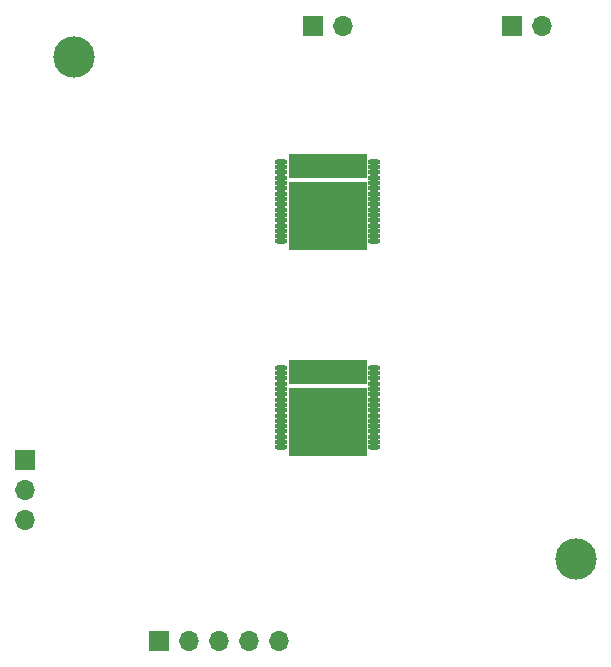
<source format=gbr>
%TF.GenerationSoftware,KiCad,Pcbnew,(6.0.0-0)*%
%TF.CreationDate,2022-03-04T22:46:31-08:00*%
%TF.ProjectId,bitaxe,62697461-7865-42e6-9b69-6361645f7063,rev?*%
%TF.SameCoordinates,Original*%
%TF.FileFunction,Soldermask,Bot*%
%TF.FilePolarity,Negative*%
%FSLAX46Y46*%
G04 Gerber Fmt 4.6, Leading zero omitted, Abs format (unit mm)*
G04 Created by KiCad (PCBNEW (6.0.0-0)) date 2022-03-04 22:46:31*
%MOMM*%
%LPD*%
G01*
G04 APERTURE LIST*
G04 Aperture macros list*
%AMRoundRect*
0 Rectangle with rounded corners*
0 $1 Rounding radius*
0 $2 $3 $4 $5 $6 $7 $8 $9 X,Y pos of 4 corners*
0 Add a 4 corners polygon primitive as box body*
4,1,4,$2,$3,$4,$5,$6,$7,$8,$9,$2,$3,0*
0 Add four circle primitives for the rounded corners*
1,1,$1+$1,$2,$3*
1,1,$1+$1,$4,$5*
1,1,$1+$1,$6,$7*
1,1,$1+$1,$8,$9*
0 Add four rect primitives between the rounded corners*
20,1,$1+$1,$2,$3,$4,$5,0*
20,1,$1+$1,$4,$5,$6,$7,0*
20,1,$1+$1,$6,$7,$8,$9,0*
20,1,$1+$1,$8,$9,$2,$3,0*%
G04 Aperture macros list end*
%ADD10C,3.500000*%
%ADD11R,1.700000X1.700000*%
%ADD12O,1.700000X1.700000*%
%ADD13RoundRect,0.236600X0.295000X0.000000X-0.295000X0.000000X-0.295000X0.000000X0.295000X0.000000X0*%
%ADD14RoundRect,0.101600X3.225000X0.925000X-3.225000X0.925000X-3.225000X-0.925000X3.225000X-0.925000X0*%
%ADD15RoundRect,0.101600X3.225000X2.775000X-3.225000X2.775000X-3.225000X-2.775000X3.225000X-2.775000X0*%
G04 APERTURE END LIST*
D10*
%TO.C,H2*%
X67810000Y-55370000D03*
%TD*%
%TO.C,H1*%
X110290000Y-97880000D03*
%TD*%
D11*
%TO.C,J3*%
X74960000Y-104860000D03*
D12*
X77500000Y-104860000D03*
X80040000Y-104860000D03*
X82580000Y-104860000D03*
X85120000Y-104860000D03*
%TD*%
D11*
%TO.C,J4*%
X104850000Y-52790000D03*
D12*
X107390000Y-52790000D03*
%TD*%
D11*
%TO.C,J2*%
X87990000Y-52780000D03*
D12*
X90530000Y-52780000D03*
%TD*%
D11*
%TO.C,J5*%
X63610000Y-89540000D03*
D12*
X63610000Y-92080000D03*
X63610000Y-94620000D03*
%TD*%
D13*
%TO.C,IC1*%
X93224600Y-64275000D03*
X93224600Y-64725000D03*
X93224600Y-65175000D03*
X93224600Y-65625000D03*
X93224600Y-66075000D03*
X93224600Y-66525000D03*
X93224600Y-66975000D03*
X93224600Y-67425000D03*
X93224600Y-67875000D03*
X93224600Y-68325000D03*
X93224600Y-68775000D03*
X93224600Y-69225000D03*
X93224600Y-69675000D03*
X93224600Y-70125000D03*
X93224600Y-70575000D03*
X93224600Y-71025000D03*
X85355400Y-71025000D03*
X85355400Y-70575000D03*
X85355400Y-70125000D03*
X85355400Y-69675000D03*
X85355400Y-69225000D03*
X85355400Y-68775000D03*
X85355400Y-68325000D03*
X85355400Y-67875000D03*
X85355400Y-67425000D03*
X85355400Y-66975000D03*
X85355400Y-66525000D03*
X85355400Y-66075000D03*
X85355400Y-65625000D03*
X85355400Y-65175000D03*
X85355400Y-64725000D03*
X85355400Y-64275000D03*
D14*
X89290000Y-64650000D03*
D15*
X89290000Y-68850000D03*
%TD*%
D13*
%TO.C,IC2*%
X93224600Y-81715000D03*
X93224600Y-82165000D03*
X93224600Y-82615000D03*
X93224600Y-83065000D03*
X93224600Y-83515000D03*
X93224600Y-83965000D03*
X93224600Y-84415000D03*
X93224600Y-84865000D03*
X93224600Y-85315000D03*
X93224600Y-85765000D03*
X93224600Y-86215000D03*
X93224600Y-86665000D03*
X93224600Y-87115000D03*
X93224600Y-87565000D03*
X93224600Y-88015000D03*
X93224600Y-88465000D03*
X85355400Y-88465000D03*
X85355400Y-88015000D03*
X85355400Y-87565000D03*
X85355400Y-87115000D03*
X85355400Y-86665000D03*
X85355400Y-86215000D03*
X85355400Y-85765000D03*
X85355400Y-85315000D03*
X85355400Y-84865000D03*
X85355400Y-84415000D03*
X85355400Y-83965000D03*
X85355400Y-83515000D03*
X85355400Y-83065000D03*
X85355400Y-82615000D03*
X85355400Y-82165000D03*
X85355400Y-81715000D03*
D14*
X89290000Y-82090000D03*
D15*
X89290000Y-86290000D03*
%TD*%
M02*

</source>
